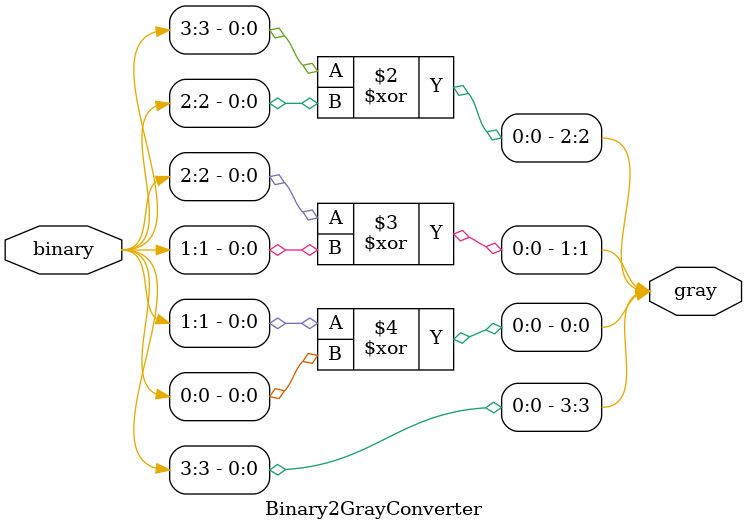
<source format=v>
`timescale 1ns / 1ps


module Binary2GrayConverter(
    input [3:0]binary,
    output reg [3:0]gray
    );
    
    always @(*)
    begin
        gray[3] = binary[3];
        gray[2] = binary[3] ^ binary[2];
        gray[1] = binary[2] ^ binary[1];
        gray[0] = binary[1] ^ binary[0];
    end
    
endmodule

</source>
